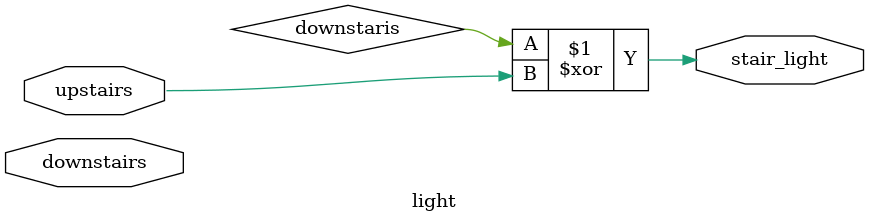
<source format=v>
module light(
    // Declare downstairs and upstairs input
	input downstairs,
	input upstairs,

    // Declare stair light output
	output stair_light
);

    // Enter logic equation here
	assign stair_light = downstaris ^ upstairs;

endmodule

</source>
